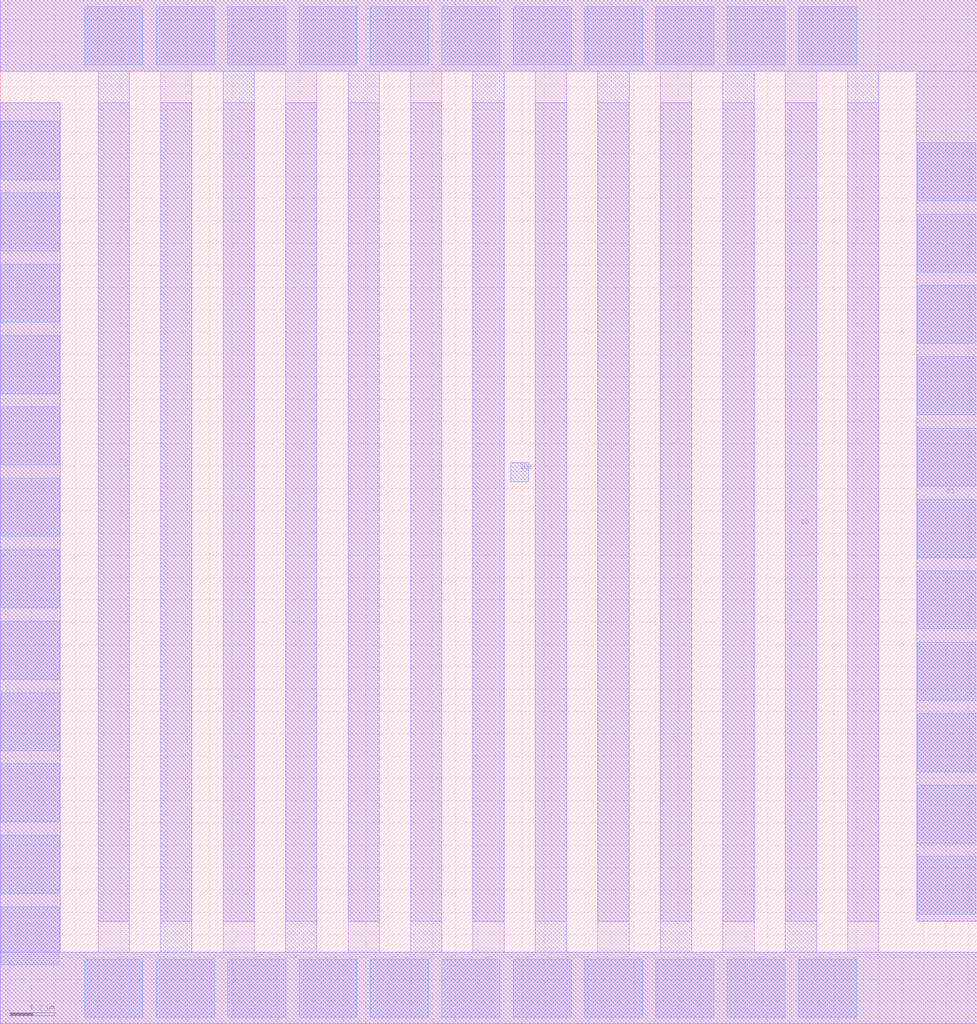
<source format=lef>
# Copyright 2020 The SkyWater PDK Authors
#
# Licensed under the Apache License, Version 2.0 (the "License");
# you may not use this file except in compliance with the License.
# You may obtain a copy of the License at
#
#     https://www.apache.org/licenses/LICENSE-2.0
#
# Unless required by applicable law or agreed to in writing, software
# distributed under the License is distributed on an "AS IS" BASIS,
# WITHOUT WARRANTIES OR CONDITIONS OF ANY KIND, either express or implied.
# See the License for the specific language governing permissions and
# limitations under the License.
#
# SPDX-License-Identifier: Apache-2.0

VERSION 5.7 ;
  NOWIREEXTENSIONATPIN ON ;
  DIVIDERCHAR "/" ;
  BUSBITCHARS "[]" ;
MACRO sky130_fd_pr__cap_vpp_04p4x04p6_m1m2_noshield_o2
  CLASS BLOCK ;
  FOREIGN sky130_fd_pr__cap_vpp_04p4x04p6_m1m2_noshield_o2 ;
  ORIGIN  0.440000  0.000000 ;
  SIZE  4.380000 BY  4.590000 ;
  PIN C0
    PORT
      LAYER met2 ;
        RECT -0.440000 0.000000  3.940000 0.320000 ;
        RECT -0.440000 0.320000 -0.170000 4.130000 ;
        RECT  0.280000 0.320000  0.420000 4.130000 ;
        RECT  0.840000 0.320000  0.980000 4.130000 ;
        RECT  1.400000 0.320000  1.540000 4.130000 ;
        RECT  1.960000 0.320000  2.100000 4.130000 ;
        RECT  2.520000 0.320000  2.660000 4.130000 ;
        RECT  3.080000 0.320000  3.220000 4.130000 ;
    END
  END C0
  PIN C1
    PORT
      LAYER met2 ;
        RECT -0.440000 4.270000 3.940000 4.590000 ;
        RECT  0.000000 0.460000 0.140000 4.270000 ;
        RECT  0.560000 0.460000 0.700000 4.270000 ;
        RECT  1.120000 0.460000 1.260000 4.270000 ;
        RECT  1.680000 0.460000 1.820000 4.270000 ;
        RECT  2.240000 0.460000 2.380000 4.270000 ;
        RECT  2.800000 0.460000 2.940000 4.270000 ;
        RECT  3.360000 0.460000 3.500000 4.270000 ;
        RECT  3.670000 0.460000 3.940000 4.270000 ;
    END
  END C1
  PIN SUB
    PORT
      LAYER pwell ;
        RECT 1.850000 2.430000 1.930000 2.515000 ;
    END
  END SUB
  OBS
    LAYER met1 ;
      RECT -0.440000 0.000000  3.940000 0.320000 ;
      RECT -0.440000 0.320000 -0.170000 4.130000 ;
      RECT -0.440000 4.270000  3.940000 4.590000 ;
      RECT  0.000000 0.320000  0.140000 4.130000 ;
      RECT  0.280000 0.460000  0.420000 4.270000 ;
      RECT  0.560000 0.320000  0.700000 4.130000 ;
      RECT  0.840000 0.460000  0.980000 4.270000 ;
      RECT  1.120000 0.320000  1.260000 4.130000 ;
      RECT  1.400000 0.460000  1.540000 4.270000 ;
      RECT  1.680000 0.320000  1.820000 4.130000 ;
      RECT  1.960000 0.460000  2.100000 4.270000 ;
      RECT  2.240000 0.320000  2.380000 4.130000 ;
      RECT  2.520000 0.460000  2.660000 4.270000 ;
      RECT  2.800000 0.320000  2.940000 4.130000 ;
      RECT  3.080000 0.460000  3.220000 4.270000 ;
      RECT  3.360000 0.320000  3.500000 4.130000 ;
      RECT  3.670000 0.460000  3.940000 4.270000 ;
    LAYER via ;
      RECT -0.435000 0.265000 -0.175000 0.525000 ;
      RECT -0.435000 0.585000 -0.175000 0.845000 ;
      RECT -0.435000 0.905000 -0.175000 1.165000 ;
      RECT -0.435000 1.225000 -0.175000 1.485000 ;
      RECT -0.435000 1.545000 -0.175000 1.805000 ;
      RECT -0.435000 1.865000 -0.175000 2.125000 ;
      RECT -0.435000 2.185000 -0.175000 2.445000 ;
      RECT -0.435000 2.505000 -0.175000 2.765000 ;
      RECT -0.435000 2.825000 -0.175000 3.085000 ;
      RECT -0.435000 3.145000 -0.175000 3.405000 ;
      RECT -0.435000 3.465000 -0.175000 3.725000 ;
      RECT -0.435000 3.785000 -0.175000 4.045000 ;
      RECT -0.060000 0.030000  0.200000 0.290000 ;
      RECT -0.060000 4.300000  0.200000 4.560000 ;
      RECT  0.260000 0.030000  0.520000 0.290000 ;
      RECT  0.260000 4.300000  0.520000 4.560000 ;
      RECT  0.580000 0.030000  0.840000 0.290000 ;
      RECT  0.580000 4.300000  0.840000 4.560000 ;
      RECT  0.900000 0.030000  1.160000 0.290000 ;
      RECT  0.900000 4.300000  1.160000 4.560000 ;
      RECT  1.220000 0.030000  1.480000 0.290000 ;
      RECT  1.220000 4.300000  1.480000 4.560000 ;
      RECT  1.540000 0.030000  1.800000 0.290000 ;
      RECT  1.540000 4.300000  1.800000 4.560000 ;
      RECT  1.860000 0.030000  2.120000 0.290000 ;
      RECT  1.860000 4.300000  2.120000 4.560000 ;
      RECT  2.180000 0.030000  2.440000 0.290000 ;
      RECT  2.180000 4.300000  2.440000 4.560000 ;
      RECT  2.500000 0.030000  2.760000 0.290000 ;
      RECT  2.500000 4.300000  2.760000 4.560000 ;
      RECT  2.820000 0.030000  3.080000 0.290000 ;
      RECT  2.820000 4.300000  3.080000 4.560000 ;
      RECT  3.140000 0.030000  3.400000 0.290000 ;
      RECT  3.140000 4.300000  3.400000 4.560000 ;
      RECT  3.675000 0.490000  3.935000 0.750000 ;
      RECT  3.675000 0.810000  3.935000 1.070000 ;
      RECT  3.675000 1.130000  3.935000 1.390000 ;
      RECT  3.675000 1.450000  3.935000 1.710000 ;
      RECT  3.675000 1.770000  3.935000 2.030000 ;
      RECT  3.675000 2.090000  3.935000 2.350000 ;
      RECT  3.675000 2.410000  3.935000 2.670000 ;
      RECT  3.675000 2.730000  3.935000 2.990000 ;
      RECT  3.675000 3.050000  3.935000 3.310000 ;
      RECT  3.675000 3.370000  3.935000 3.630000 ;
      RECT  3.675000 3.690000  3.935000 3.950000 ;
  END
END sky130_fd_pr__cap_vpp_04p4x04p6_m1m2_noshield_o2
END LIBRARY

</source>
